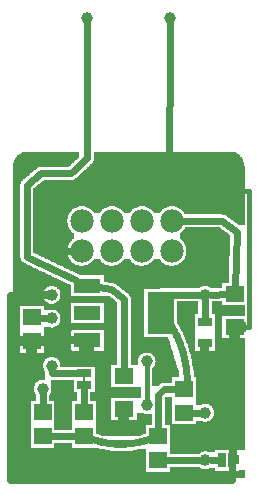
<source format=gbl>
%ASAXBY*%
%FSLAX23Y23*%
%MOIN*%
%OFA0B0*%
%SFA1.0B1.0*%
%ADD10C,0.075000*%
%ADD11C,0.039370*%
%ADD12C,0.078000*%
%ADD13R,0.050000X0.025000*%
%ADD14R,0.062992X0.055118*%
%ADD15R,0.025000X0.050000*%
%ADD16R,0.088000X0.048000*%
%ADD17R,0.086614X0.141732*%
%ADD18R,0.059055X0.055118*%
%ADD19R,0.047244X0.031496*%
%ADD20C,0.008000*%
%ADD21C,0.016000*%
%ADD22C,0.024000*%
%ADD23R,0.001000X0.001000*%
%LNCOPPER0*%
G90*
G70*
G54D10*
X350Y1334D03*
X697Y666D03*
G54D11*
X488Y558D03*
X488Y703D03*
X566Y1849D03*
X290Y1849D03*
G54D12*
X271Y1071D03*
X371Y1071D03*
X471Y1071D03*
X571Y1071D03*
X271Y1071D03*
X371Y1071D03*
X471Y1071D03*
X571Y1071D03*
X571Y1171D03*
X471Y1171D03*
X371Y1171D03*
X271Y1171D03*
G54D11*
X171Y925D03*
X141Y612D03*
X171Y689D03*
X683Y374D03*
X683Y532D03*
X683Y925D03*
X171Y847D03*
G54D13*
X278Y664D03*
X278Y624D03*
G54D14*
X782Y817D03*
X782Y927D03*
X412Y545D03*
X412Y656D03*
G54D15*
X773Y374D03*
X738Y374D03*
G54D16*
X290Y773D03*
X290Y864D03*
X290Y955D03*
G54D17*
X534Y864D03*
G54D18*
X141Y534D03*
X141Y453D03*
X105Y850D03*
X105Y770D03*
G54D19*
X683Y835D03*
X683Y764D03*
G54D18*
X525Y455D03*
X525Y374D03*
X612Y612D03*
X612Y532D03*
X278Y536D03*
X278Y455D03*
G54D20*
X278Y659D02*
X278Y629D01*
G54D21*
D02*
X828Y817D02*
X808Y817D01*
D02*
X829Y1270D02*
X828Y817D01*
D02*
X563Y1269D02*
X829Y1270D01*
G54D22*
D02*
X782Y795D02*
X774Y394D01*
D02*
X773Y309D02*
X31Y309D01*
D02*
X31Y309D02*
X31Y925D01*
D02*
X31Y925D02*
X152Y925D01*
D02*
X773Y355D02*
X773Y309D01*
G54D21*
D02*
X488Y690D02*
X488Y571D01*
G54D22*
D02*
X141Y556D02*
X141Y593D01*
D02*
X254Y454D02*
X165Y453D01*
D02*
X180Y1071D02*
X180Y1269D01*
D02*
X180Y1269D02*
X563Y1269D01*
D02*
X563Y1269D02*
X566Y1830D01*
D02*
X241Y1071D02*
X180Y1071D01*
D02*
X89Y1052D02*
X252Y974D01*
D02*
X89Y1291D02*
X89Y1052D01*
D02*
X136Y1330D02*
X89Y1291D01*
D02*
X236Y1330D02*
X136Y1330D01*
D02*
X290Y1380D02*
X236Y1330D01*
D02*
X290Y1830D02*
X290Y1380D01*
D02*
X369Y944D02*
X412Y912D01*
D02*
X412Y912D02*
X412Y678D01*
D02*
X329Y950D02*
X369Y944D01*
D02*
X787Y1136D02*
X739Y1171D01*
D02*
X739Y1171D02*
X601Y1171D01*
D02*
X783Y949D02*
X787Y1136D01*
D02*
X171Y664D02*
X259Y664D01*
D02*
X171Y670D02*
X171Y664D01*
D02*
X278Y558D02*
X278Y617D01*
D02*
X702Y926D02*
X756Y927D01*
D02*
X702Y374D02*
X731Y374D01*
D02*
X534Y925D02*
X534Y864D01*
D02*
X664Y925D02*
X534Y925D01*
D02*
X152Y848D02*
X129Y849D01*
D02*
X526Y591D02*
X525Y477D01*
D02*
X546Y610D02*
X526Y591D01*
D02*
X588Y612D02*
X546Y610D01*
D02*
X683Y906D02*
X683Y845D01*
D02*
X664Y532D02*
X636Y532D01*
D02*
X664Y374D02*
X549Y374D01*
G36*
X312Y1402D02*
X312Y1372D01*
X310Y1372D01*
X310Y1368D01*
X308Y1368D01*
X308Y1366D01*
X306Y1366D01*
X306Y1364D01*
X304Y1364D01*
X304Y1362D01*
X302Y1362D01*
X302Y1360D01*
X300Y1360D01*
X300Y1358D01*
X298Y1358D01*
X298Y1356D01*
X296Y1356D01*
X296Y1354D01*
X294Y1354D01*
X294Y1352D01*
X292Y1352D01*
X292Y1350D01*
X290Y1350D01*
X290Y1348D01*
X288Y1348D01*
X288Y1346D01*
X286Y1346D01*
X286Y1344D01*
X284Y1344D01*
X284Y1342D01*
X280Y1342D01*
X280Y1340D01*
X278Y1340D01*
X278Y1338D01*
X276Y1338D01*
X276Y1336D01*
X274Y1336D01*
X274Y1334D01*
X272Y1334D01*
X272Y1332D01*
X270Y1332D01*
X270Y1330D01*
X268Y1330D01*
X268Y1328D01*
X266Y1328D01*
X266Y1326D01*
X264Y1326D01*
X264Y1324D01*
X262Y1324D01*
X262Y1322D01*
X260Y1322D01*
X260Y1320D01*
X258Y1320D01*
X258Y1318D01*
X254Y1318D01*
X254Y1316D01*
X252Y1316D01*
X252Y1314D01*
X250Y1314D01*
X250Y1312D01*
X248Y1312D01*
X248Y1310D01*
X244Y1310D01*
X244Y1308D01*
X144Y1308D01*
X144Y1306D01*
X140Y1306D01*
X140Y1304D01*
X138Y1304D01*
X138Y1302D01*
X136Y1302D01*
X136Y1300D01*
X134Y1300D01*
X134Y1298D01*
X132Y1298D01*
X132Y1296D01*
X128Y1296D01*
X128Y1294D01*
X126Y1294D01*
X126Y1292D01*
X124Y1292D01*
X124Y1290D01*
X122Y1290D01*
X122Y1288D01*
X118Y1288D01*
X118Y1286D01*
X116Y1286D01*
X116Y1284D01*
X114Y1284D01*
X114Y1282D01*
X112Y1282D01*
X112Y1280D01*
X110Y1280D01*
X110Y1220D01*
X582Y1220D01*
X582Y1218D01*
X588Y1218D01*
X588Y1216D01*
X592Y1216D01*
X592Y1214D01*
X596Y1214D01*
X596Y1212D01*
X600Y1212D01*
X600Y1210D01*
X602Y1210D01*
X602Y1208D01*
X604Y1208D01*
X604Y1206D01*
X606Y1206D01*
X606Y1204D01*
X608Y1204D01*
X608Y1202D01*
X610Y1202D01*
X610Y1200D01*
X612Y1200D01*
X612Y1196D01*
X614Y1196D01*
X614Y1194D01*
X740Y1194D01*
X740Y1192D01*
X748Y1192D01*
X748Y1190D01*
X752Y1190D01*
X752Y1188D01*
X754Y1188D01*
X754Y1186D01*
X758Y1186D01*
X758Y1184D01*
X760Y1184D01*
X760Y1182D01*
X762Y1182D01*
X762Y1180D01*
X766Y1180D01*
X766Y1178D01*
X768Y1178D01*
X768Y1176D01*
X770Y1176D01*
X770Y1174D01*
X774Y1174D01*
X774Y1172D01*
X776Y1172D01*
X776Y1170D01*
X780Y1170D01*
X780Y1168D01*
X782Y1168D01*
X782Y1166D01*
X784Y1166D01*
X784Y1164D01*
X788Y1164D01*
X788Y1162D01*
X790Y1162D01*
X790Y1160D01*
X792Y1160D01*
X792Y1158D01*
X814Y1158D01*
X814Y1354D01*
X812Y1354D01*
X812Y1368D01*
X810Y1368D01*
X810Y1374D01*
X808Y1374D01*
X808Y1378D01*
X806Y1378D01*
X806Y1380D01*
X804Y1380D01*
X804Y1384D01*
X802Y1384D01*
X802Y1386D01*
X800Y1386D01*
X800Y1388D01*
X798Y1388D01*
X798Y1390D01*
X796Y1390D01*
X796Y1392D01*
X794Y1392D01*
X794Y1394D01*
X792Y1394D01*
X792Y1396D01*
X788Y1396D01*
X788Y1398D01*
X784Y1398D01*
X784Y1400D01*
X778Y1400D01*
X778Y1402D01*
X312Y1402D01*
G37*
D02*
G36*
X110Y1220D02*
X110Y1066D01*
X112Y1066D01*
X112Y1064D01*
X116Y1064D01*
X116Y1062D01*
X120Y1062D01*
X120Y1060D01*
X124Y1060D01*
X124Y1058D01*
X128Y1058D01*
X128Y1056D01*
X132Y1056D01*
X132Y1054D01*
X136Y1054D01*
X136Y1052D01*
X140Y1052D01*
X140Y1050D01*
X146Y1050D01*
X146Y1048D01*
X150Y1048D01*
X150Y1046D01*
X154Y1046D01*
X154Y1044D01*
X158Y1044D01*
X158Y1042D01*
X162Y1042D01*
X162Y1040D01*
X166Y1040D01*
X166Y1038D01*
X170Y1038D01*
X170Y1036D01*
X174Y1036D01*
X174Y1034D01*
X178Y1034D01*
X178Y1032D01*
X182Y1032D01*
X182Y1030D01*
X186Y1030D01*
X186Y1028D01*
X190Y1028D01*
X190Y1026D01*
X196Y1026D01*
X196Y1024D01*
X200Y1024D01*
X200Y1022D01*
X262Y1022D01*
X262Y1024D01*
X256Y1024D01*
X256Y1026D01*
X250Y1026D01*
X250Y1028D01*
X246Y1028D01*
X246Y1030D01*
X244Y1030D01*
X244Y1032D01*
X240Y1032D01*
X240Y1034D01*
X238Y1034D01*
X238Y1036D01*
X236Y1036D01*
X236Y1038D01*
X234Y1038D01*
X234Y1042D01*
X232Y1042D01*
X232Y1044D01*
X230Y1044D01*
X230Y1048D01*
X228Y1048D01*
X228Y1050D01*
X226Y1050D01*
X226Y1056D01*
X224Y1056D01*
X224Y1064D01*
X222Y1064D01*
X222Y1078D01*
X224Y1078D01*
X224Y1086D01*
X226Y1086D01*
X226Y1092D01*
X228Y1092D01*
X228Y1096D01*
X230Y1096D01*
X230Y1098D01*
X232Y1098D01*
X232Y1102D01*
X234Y1102D01*
X234Y1104D01*
X236Y1104D01*
X236Y1106D01*
X238Y1106D01*
X238Y1108D01*
X240Y1108D01*
X240Y1110D01*
X244Y1110D01*
X244Y1132D01*
X240Y1132D01*
X240Y1134D01*
X238Y1134D01*
X238Y1136D01*
X236Y1136D01*
X236Y1138D01*
X234Y1138D01*
X234Y1142D01*
X232Y1142D01*
X232Y1144D01*
X230Y1144D01*
X230Y1148D01*
X228Y1148D01*
X228Y1150D01*
X226Y1150D01*
X226Y1156D01*
X224Y1156D01*
X224Y1164D01*
X222Y1164D01*
X222Y1178D01*
X224Y1178D01*
X224Y1186D01*
X226Y1186D01*
X226Y1192D01*
X228Y1192D01*
X228Y1196D01*
X230Y1196D01*
X230Y1198D01*
X232Y1198D01*
X232Y1202D01*
X234Y1202D01*
X234Y1204D01*
X236Y1204D01*
X236Y1206D01*
X238Y1206D01*
X238Y1208D01*
X240Y1208D01*
X240Y1210D01*
X244Y1210D01*
X244Y1212D01*
X246Y1212D01*
X246Y1214D01*
X250Y1214D01*
X250Y1216D01*
X254Y1216D01*
X254Y1218D01*
X262Y1218D01*
X262Y1220D01*
X110Y1220D01*
G37*
D02*
G36*
X282Y1220D02*
X282Y1218D01*
X288Y1218D01*
X288Y1216D01*
X292Y1216D01*
X292Y1214D01*
X296Y1214D01*
X296Y1212D01*
X300Y1212D01*
X300Y1210D01*
X302Y1210D01*
X302Y1208D01*
X304Y1208D01*
X304Y1206D01*
X306Y1206D01*
X306Y1204D01*
X308Y1204D01*
X308Y1202D01*
X310Y1202D01*
X310Y1200D01*
X312Y1200D01*
X312Y1198D01*
X332Y1198D01*
X332Y1202D01*
X334Y1202D01*
X334Y1204D01*
X336Y1204D01*
X336Y1206D01*
X338Y1206D01*
X338Y1208D01*
X340Y1208D01*
X340Y1210D01*
X344Y1210D01*
X344Y1212D01*
X346Y1212D01*
X346Y1214D01*
X350Y1214D01*
X350Y1216D01*
X354Y1216D01*
X354Y1218D01*
X362Y1218D01*
X362Y1220D01*
X282Y1220D01*
G37*
D02*
G36*
X382Y1220D02*
X382Y1218D01*
X388Y1218D01*
X388Y1216D01*
X392Y1216D01*
X392Y1214D01*
X396Y1214D01*
X396Y1212D01*
X400Y1212D01*
X400Y1210D01*
X402Y1210D01*
X402Y1208D01*
X404Y1208D01*
X404Y1206D01*
X406Y1206D01*
X406Y1204D01*
X408Y1204D01*
X408Y1202D01*
X410Y1202D01*
X410Y1200D01*
X412Y1200D01*
X412Y1198D01*
X432Y1198D01*
X432Y1202D01*
X434Y1202D01*
X434Y1204D01*
X436Y1204D01*
X436Y1206D01*
X438Y1206D01*
X438Y1208D01*
X440Y1208D01*
X440Y1210D01*
X444Y1210D01*
X444Y1212D01*
X446Y1212D01*
X446Y1214D01*
X450Y1214D01*
X450Y1216D01*
X454Y1216D01*
X454Y1218D01*
X462Y1218D01*
X462Y1220D01*
X382Y1220D01*
G37*
D02*
G36*
X482Y1220D02*
X482Y1218D01*
X488Y1218D01*
X488Y1216D01*
X492Y1216D01*
X492Y1214D01*
X496Y1214D01*
X496Y1212D01*
X500Y1212D01*
X500Y1210D01*
X502Y1210D01*
X502Y1208D01*
X504Y1208D01*
X504Y1206D01*
X506Y1206D01*
X506Y1204D01*
X508Y1204D01*
X508Y1202D01*
X510Y1202D01*
X510Y1200D01*
X512Y1200D01*
X512Y1198D01*
X532Y1198D01*
X532Y1202D01*
X534Y1202D01*
X534Y1204D01*
X536Y1204D01*
X536Y1206D01*
X538Y1206D01*
X538Y1208D01*
X540Y1208D01*
X540Y1210D01*
X544Y1210D01*
X544Y1212D01*
X546Y1212D01*
X546Y1214D01*
X550Y1214D01*
X550Y1216D01*
X554Y1216D01*
X554Y1218D01*
X562Y1218D01*
X562Y1220D01*
X482Y1220D01*
G37*
D02*
G36*
X614Y1150D02*
X614Y1146D01*
X612Y1146D01*
X612Y1142D01*
X610Y1142D01*
X610Y1140D01*
X608Y1140D01*
X608Y1138D01*
X606Y1138D01*
X606Y1136D01*
X604Y1136D01*
X604Y1134D01*
X602Y1134D01*
X602Y1132D01*
X600Y1132D01*
X600Y1110D01*
X602Y1110D01*
X602Y1108D01*
X604Y1108D01*
X604Y1106D01*
X606Y1106D01*
X606Y1104D01*
X608Y1104D01*
X608Y1102D01*
X610Y1102D01*
X610Y1100D01*
X612Y1100D01*
X612Y1096D01*
X614Y1096D01*
X614Y1092D01*
X616Y1092D01*
X616Y1088D01*
X618Y1088D01*
X618Y1082D01*
X620Y1082D01*
X620Y1060D01*
X618Y1060D01*
X618Y1054D01*
X616Y1054D01*
X616Y1050D01*
X614Y1050D01*
X614Y1046D01*
X612Y1046D01*
X612Y1042D01*
X610Y1042D01*
X610Y1040D01*
X608Y1040D01*
X608Y1038D01*
X606Y1038D01*
X606Y1036D01*
X604Y1036D01*
X604Y1034D01*
X602Y1034D01*
X602Y1032D01*
X600Y1032D01*
X600Y1030D01*
X596Y1030D01*
X596Y1028D01*
X592Y1028D01*
X592Y1026D01*
X588Y1026D01*
X588Y1024D01*
X580Y1024D01*
X580Y1022D01*
X762Y1022D01*
X762Y1056D01*
X764Y1056D01*
X764Y1126D01*
X762Y1126D01*
X762Y1128D01*
X760Y1128D01*
X760Y1130D01*
X756Y1130D01*
X756Y1132D01*
X754Y1132D01*
X754Y1134D01*
X752Y1134D01*
X752Y1136D01*
X748Y1136D01*
X748Y1138D01*
X746Y1138D01*
X746Y1140D01*
X742Y1140D01*
X742Y1142D01*
X740Y1142D01*
X740Y1144D01*
X738Y1144D01*
X738Y1146D01*
X734Y1146D01*
X734Y1148D01*
X732Y1148D01*
X732Y1150D01*
X614Y1150D01*
G37*
D02*
G36*
X312Y1044D02*
X312Y1042D01*
X310Y1042D01*
X310Y1040D01*
X308Y1040D01*
X308Y1038D01*
X306Y1038D01*
X306Y1036D01*
X304Y1036D01*
X304Y1034D01*
X302Y1034D01*
X302Y1032D01*
X300Y1032D01*
X300Y1030D01*
X296Y1030D01*
X296Y1028D01*
X292Y1028D01*
X292Y1026D01*
X288Y1026D01*
X288Y1024D01*
X280Y1024D01*
X280Y1022D01*
X362Y1022D01*
X362Y1024D01*
X356Y1024D01*
X356Y1026D01*
X350Y1026D01*
X350Y1028D01*
X346Y1028D01*
X346Y1030D01*
X344Y1030D01*
X344Y1032D01*
X340Y1032D01*
X340Y1034D01*
X338Y1034D01*
X338Y1036D01*
X336Y1036D01*
X336Y1038D01*
X334Y1038D01*
X334Y1042D01*
X332Y1042D01*
X332Y1044D01*
X312Y1044D01*
G37*
D02*
G36*
X412Y1044D02*
X412Y1042D01*
X410Y1042D01*
X410Y1040D01*
X408Y1040D01*
X408Y1038D01*
X406Y1038D01*
X406Y1036D01*
X404Y1036D01*
X404Y1034D01*
X402Y1034D01*
X402Y1032D01*
X400Y1032D01*
X400Y1030D01*
X396Y1030D01*
X396Y1028D01*
X392Y1028D01*
X392Y1026D01*
X388Y1026D01*
X388Y1024D01*
X380Y1024D01*
X380Y1022D01*
X462Y1022D01*
X462Y1024D01*
X456Y1024D01*
X456Y1026D01*
X450Y1026D01*
X450Y1028D01*
X446Y1028D01*
X446Y1030D01*
X444Y1030D01*
X444Y1032D01*
X440Y1032D01*
X440Y1034D01*
X438Y1034D01*
X438Y1036D01*
X436Y1036D01*
X436Y1038D01*
X434Y1038D01*
X434Y1042D01*
X432Y1042D01*
X432Y1044D01*
X412Y1044D01*
G37*
D02*
G36*
X512Y1044D02*
X512Y1042D01*
X510Y1042D01*
X510Y1040D01*
X508Y1040D01*
X508Y1038D01*
X506Y1038D01*
X506Y1036D01*
X504Y1036D01*
X504Y1034D01*
X502Y1034D01*
X502Y1032D01*
X500Y1032D01*
X500Y1030D01*
X496Y1030D01*
X496Y1028D01*
X492Y1028D01*
X492Y1026D01*
X488Y1026D01*
X488Y1024D01*
X480Y1024D01*
X480Y1022D01*
X562Y1022D01*
X562Y1024D01*
X556Y1024D01*
X556Y1026D01*
X550Y1026D01*
X550Y1028D01*
X546Y1028D01*
X546Y1030D01*
X544Y1030D01*
X544Y1032D01*
X540Y1032D01*
X540Y1034D01*
X538Y1034D01*
X538Y1036D01*
X536Y1036D01*
X536Y1038D01*
X534Y1038D01*
X534Y1042D01*
X532Y1042D01*
X532Y1044D01*
X512Y1044D01*
G37*
D02*
G36*
X204Y1022D02*
X204Y1020D01*
X762Y1020D01*
X762Y1022D01*
X204Y1022D01*
G37*
D02*
G36*
X204Y1022D02*
X204Y1020D01*
X762Y1020D01*
X762Y1022D01*
X204Y1022D01*
G37*
D02*
G36*
X204Y1022D02*
X204Y1020D01*
X762Y1020D01*
X762Y1022D01*
X204Y1022D01*
G37*
D02*
G36*
X204Y1022D02*
X204Y1020D01*
X762Y1020D01*
X762Y1022D01*
X204Y1022D01*
G37*
D02*
G36*
X204Y1022D02*
X204Y1020D01*
X762Y1020D01*
X762Y1022D01*
X204Y1022D01*
G37*
D02*
G36*
X208Y1020D02*
X208Y1018D01*
X212Y1018D01*
X212Y1016D01*
X216Y1016D01*
X216Y1014D01*
X220Y1014D01*
X220Y1012D01*
X224Y1012D01*
X224Y1010D01*
X228Y1010D01*
X228Y1008D01*
X232Y1008D01*
X232Y1006D01*
X236Y1006D01*
X236Y1004D01*
X242Y1004D01*
X242Y1002D01*
X246Y1002D01*
X246Y1000D01*
X250Y1000D01*
X250Y998D01*
X254Y998D01*
X254Y996D01*
X258Y996D01*
X258Y994D01*
X262Y994D01*
X262Y992D01*
X264Y992D01*
X264Y990D01*
X344Y990D01*
X344Y970D01*
X346Y970D01*
X346Y968D01*
X360Y968D01*
X360Y966D01*
X372Y966D01*
X372Y964D01*
X378Y964D01*
X378Y962D01*
X382Y962D01*
X382Y960D01*
X384Y960D01*
X384Y958D01*
X388Y958D01*
X388Y956D01*
X390Y956D01*
X390Y954D01*
X692Y954D01*
X692Y952D01*
X696Y952D01*
X696Y950D01*
X700Y950D01*
X700Y948D01*
X740Y948D01*
X740Y964D01*
X762Y964D01*
X762Y1020D01*
X208Y1020D01*
G37*
D02*
G36*
X394Y954D02*
X394Y952D01*
X396Y952D01*
X396Y950D01*
X398Y950D01*
X398Y948D01*
X402Y948D01*
X402Y946D01*
X404Y946D01*
X404Y944D01*
X406Y944D01*
X406Y942D01*
X410Y942D01*
X410Y940D01*
X412Y940D01*
X412Y938D01*
X414Y938D01*
X414Y936D01*
X418Y936D01*
X418Y934D01*
X420Y934D01*
X420Y932D01*
X422Y932D01*
X422Y930D01*
X426Y930D01*
X426Y928D01*
X428Y928D01*
X428Y926D01*
X430Y926D01*
X430Y922D01*
X432Y922D01*
X432Y918D01*
X434Y918D01*
X434Y732D01*
X498Y732D01*
X498Y730D01*
X502Y730D01*
X502Y728D01*
X506Y728D01*
X506Y726D01*
X508Y726D01*
X508Y724D01*
X510Y724D01*
X510Y722D01*
X512Y722D01*
X512Y718D01*
X514Y718D01*
X514Y714D01*
X516Y714D01*
X516Y706D01*
X518Y706D01*
X518Y700D01*
X516Y700D01*
X516Y692D01*
X514Y692D01*
X514Y688D01*
X512Y688D01*
X512Y686D01*
X510Y686D01*
X510Y682D01*
X508Y682D01*
X508Y680D01*
X506Y680D01*
X506Y620D01*
X526Y620D01*
X526Y622D01*
X528Y622D01*
X528Y624D01*
X530Y624D01*
X530Y626D01*
X532Y626D01*
X532Y628D01*
X534Y628D01*
X534Y630D01*
X538Y630D01*
X538Y632D01*
X572Y632D01*
X572Y650D01*
X594Y650D01*
X594Y674D01*
X592Y674D01*
X592Y680D01*
X590Y680D01*
X590Y686D01*
X588Y686D01*
X588Y692D01*
X586Y692D01*
X586Y700D01*
X584Y700D01*
X584Y706D01*
X582Y706D01*
X582Y712D01*
X580Y712D01*
X580Y718D01*
X578Y718D01*
X578Y726D01*
X576Y726D01*
X576Y732D01*
X574Y732D01*
X574Y738D01*
X572Y738D01*
X572Y744D01*
X570Y744D01*
X570Y752D01*
X568Y752D01*
X568Y758D01*
X566Y758D01*
X566Y764D01*
X564Y764D01*
X564Y770D01*
X562Y770D01*
X562Y778D01*
X560Y778D01*
X560Y784D01*
X480Y784D01*
X480Y944D01*
X524Y944D01*
X524Y946D01*
X532Y946D01*
X532Y948D01*
X666Y948D01*
X666Y950D01*
X668Y950D01*
X668Y952D01*
X672Y952D01*
X672Y954D01*
X394Y954D01*
G37*
D02*
G36*
X434Y732D02*
X434Y692D01*
X460Y692D01*
X460Y696D01*
X458Y696D01*
X458Y710D01*
X460Y710D01*
X460Y716D01*
X462Y716D01*
X462Y720D01*
X464Y720D01*
X464Y722D01*
X466Y722D01*
X466Y724D01*
X468Y724D01*
X468Y726D01*
X470Y726D01*
X470Y728D01*
X474Y728D01*
X474Y730D01*
X478Y730D01*
X478Y732D01*
X434Y732D01*
G37*
D02*
G36*
X76Y1402D02*
X76Y1400D01*
X72Y1400D01*
X72Y1398D01*
X68Y1398D01*
X68Y1396D01*
X64Y1396D01*
X64Y1394D01*
X62Y1394D01*
X62Y1392D01*
X60Y1392D01*
X60Y1390D01*
X56Y1390D01*
X56Y1388D01*
X54Y1388D01*
X54Y1384D01*
X52Y1384D01*
X52Y1382D01*
X50Y1382D01*
X50Y1378D01*
X48Y1378D01*
X48Y1376D01*
X46Y1376D01*
X46Y1370D01*
X44Y1370D01*
X44Y1364D01*
X42Y1364D01*
X42Y954D01*
X180Y954D01*
X180Y952D01*
X186Y952D01*
X186Y950D01*
X188Y950D01*
X188Y948D01*
X190Y948D01*
X190Y946D01*
X192Y946D01*
X192Y944D01*
X194Y944D01*
X194Y942D01*
X196Y942D01*
X196Y940D01*
X198Y940D01*
X198Y934D01*
X200Y934D01*
X200Y916D01*
X198Y916D01*
X198Y912D01*
X196Y912D01*
X196Y908D01*
X194Y908D01*
X194Y906D01*
X192Y906D01*
X192Y904D01*
X190Y904D01*
X190Y902D01*
X188Y902D01*
X188Y900D01*
X184Y900D01*
X184Y898D01*
X344Y898D01*
X344Y830D01*
X390Y830D01*
X390Y902D01*
X386Y902D01*
X386Y904D01*
X384Y904D01*
X384Y906D01*
X382Y906D01*
X382Y908D01*
X378Y908D01*
X378Y910D01*
X376Y910D01*
X376Y912D01*
X374Y912D01*
X374Y914D01*
X370Y914D01*
X370Y916D01*
X368Y916D01*
X368Y918D01*
X366Y918D01*
X366Y920D01*
X238Y920D01*
X238Y922D01*
X236Y922D01*
X236Y958D01*
X232Y958D01*
X232Y960D01*
X226Y960D01*
X226Y962D01*
X222Y962D01*
X222Y964D01*
X218Y964D01*
X218Y966D01*
X214Y966D01*
X214Y968D01*
X210Y968D01*
X210Y970D01*
X206Y970D01*
X206Y972D01*
X202Y972D01*
X202Y974D01*
X198Y974D01*
X198Y976D01*
X194Y976D01*
X194Y978D01*
X190Y978D01*
X190Y980D01*
X186Y980D01*
X186Y982D01*
X180Y982D01*
X180Y984D01*
X176Y984D01*
X176Y986D01*
X172Y986D01*
X172Y988D01*
X168Y988D01*
X168Y990D01*
X164Y990D01*
X164Y992D01*
X160Y992D01*
X160Y994D01*
X156Y994D01*
X156Y996D01*
X152Y996D01*
X152Y998D01*
X148Y998D01*
X148Y1000D01*
X144Y1000D01*
X144Y1002D01*
X140Y1002D01*
X140Y1004D01*
X136Y1004D01*
X136Y1006D01*
X130Y1006D01*
X130Y1008D01*
X126Y1008D01*
X126Y1010D01*
X122Y1010D01*
X122Y1012D01*
X118Y1012D01*
X118Y1014D01*
X114Y1014D01*
X114Y1016D01*
X110Y1016D01*
X110Y1018D01*
X106Y1018D01*
X106Y1020D01*
X102Y1020D01*
X102Y1022D01*
X98Y1022D01*
X98Y1024D01*
X94Y1024D01*
X94Y1026D01*
X90Y1026D01*
X90Y1028D01*
X84Y1028D01*
X84Y1030D01*
X80Y1030D01*
X80Y1032D01*
X78Y1032D01*
X78Y1034D01*
X74Y1034D01*
X74Y1036D01*
X72Y1036D01*
X72Y1038D01*
X70Y1038D01*
X70Y1042D01*
X68Y1042D01*
X68Y1048D01*
X66Y1048D01*
X66Y1294D01*
X68Y1294D01*
X68Y1300D01*
X70Y1300D01*
X70Y1304D01*
X72Y1304D01*
X72Y1306D01*
X74Y1306D01*
X74Y1308D01*
X76Y1308D01*
X76Y1310D01*
X78Y1310D01*
X78Y1312D01*
X82Y1312D01*
X82Y1314D01*
X84Y1314D01*
X84Y1316D01*
X86Y1316D01*
X86Y1318D01*
X88Y1318D01*
X88Y1320D01*
X90Y1320D01*
X90Y1322D01*
X94Y1322D01*
X94Y1324D01*
X96Y1324D01*
X96Y1326D01*
X98Y1326D01*
X98Y1328D01*
X100Y1328D01*
X100Y1330D01*
X104Y1330D01*
X104Y1332D01*
X106Y1332D01*
X106Y1334D01*
X108Y1334D01*
X108Y1336D01*
X110Y1336D01*
X110Y1338D01*
X112Y1338D01*
X112Y1340D01*
X116Y1340D01*
X116Y1342D01*
X118Y1342D01*
X118Y1344D01*
X120Y1344D01*
X120Y1346D01*
X122Y1346D01*
X122Y1348D01*
X126Y1348D01*
X126Y1350D01*
X132Y1350D01*
X132Y1352D01*
X228Y1352D01*
X228Y1354D01*
X232Y1354D01*
X232Y1356D01*
X234Y1356D01*
X234Y1358D01*
X236Y1358D01*
X236Y1360D01*
X238Y1360D01*
X238Y1362D01*
X240Y1362D01*
X240Y1364D01*
X242Y1364D01*
X242Y1366D01*
X244Y1366D01*
X244Y1368D01*
X246Y1368D01*
X246Y1370D01*
X248Y1370D01*
X248Y1372D01*
X250Y1372D01*
X250Y1374D01*
X252Y1374D01*
X252Y1376D01*
X256Y1376D01*
X256Y1378D01*
X258Y1378D01*
X258Y1380D01*
X260Y1380D01*
X260Y1382D01*
X262Y1382D01*
X262Y1402D01*
X76Y1402D01*
G37*
D02*
G36*
X42Y954D02*
X42Y896D01*
X162Y896D01*
X162Y898D01*
X158Y898D01*
X158Y900D01*
X154Y900D01*
X154Y902D01*
X152Y902D01*
X152Y904D01*
X150Y904D01*
X150Y906D01*
X148Y906D01*
X148Y908D01*
X146Y908D01*
X146Y912D01*
X144Y912D01*
X144Y916D01*
X142Y916D01*
X142Y934D01*
X144Y934D01*
X144Y940D01*
X146Y940D01*
X146Y942D01*
X148Y942D01*
X148Y944D01*
X150Y944D01*
X150Y946D01*
X152Y946D01*
X152Y948D01*
X154Y948D01*
X154Y950D01*
X156Y950D01*
X156Y952D01*
X162Y952D01*
X162Y954D01*
X42Y954D01*
G37*
D02*
G36*
X180Y898D02*
X180Y896D01*
X236Y896D01*
X236Y898D01*
X180Y898D01*
G37*
D02*
G36*
X42Y896D02*
X42Y894D01*
X236Y894D01*
X236Y896D01*
X42Y896D01*
G37*
D02*
G36*
X42Y896D02*
X42Y894D01*
X236Y894D01*
X236Y896D01*
X42Y896D01*
G37*
D02*
G36*
X42Y894D02*
X42Y888D01*
X144Y888D01*
X144Y876D01*
X178Y876D01*
X178Y874D01*
X184Y874D01*
X184Y872D01*
X188Y872D01*
X188Y870D01*
X190Y870D01*
X190Y868D01*
X192Y868D01*
X192Y866D01*
X194Y866D01*
X194Y864D01*
X196Y864D01*
X196Y860D01*
X198Y860D01*
X198Y856D01*
X200Y856D01*
X200Y838D01*
X198Y838D01*
X198Y832D01*
X196Y832D01*
X196Y830D01*
X236Y830D01*
X236Y894D01*
X42Y894D01*
G37*
D02*
G36*
X42Y888D02*
X42Y732D01*
X66Y732D01*
X66Y888D01*
X42Y888D01*
G37*
D02*
G36*
X144Y876D02*
X144Y874D01*
X164Y874D01*
X164Y876D01*
X144Y876D01*
G37*
D02*
G36*
X194Y830D02*
X194Y828D01*
X390Y828D01*
X390Y830D01*
X194Y830D01*
G37*
D02*
G36*
X194Y830D02*
X194Y828D01*
X390Y828D01*
X390Y830D01*
X194Y830D01*
G37*
D02*
G36*
X194Y828D02*
X194Y826D01*
X192Y826D01*
X192Y824D01*
X188Y824D01*
X188Y822D01*
X186Y822D01*
X186Y820D01*
X182Y820D01*
X182Y818D01*
X174Y818D01*
X174Y816D01*
X390Y816D01*
X390Y828D01*
X194Y828D01*
G37*
D02*
G36*
X144Y818D02*
X144Y816D01*
X168Y816D01*
X168Y818D01*
X144Y818D01*
G37*
D02*
G36*
X144Y816D02*
X144Y814D01*
X390Y814D01*
X390Y816D01*
X144Y816D01*
G37*
D02*
G36*
X144Y816D02*
X144Y814D01*
X390Y814D01*
X390Y816D01*
X144Y816D01*
G37*
D02*
G36*
X144Y814D02*
X144Y808D01*
X344Y808D01*
X344Y738D01*
X390Y738D01*
X390Y814D01*
X144Y814D01*
G37*
D02*
G36*
X144Y808D02*
X144Y738D01*
X238Y738D01*
X238Y740D01*
X236Y740D01*
X236Y806D01*
X238Y806D01*
X238Y808D01*
X144Y808D01*
G37*
D02*
G36*
X144Y738D02*
X144Y736D01*
X390Y736D01*
X390Y738D01*
X144Y738D01*
G37*
D02*
G36*
X144Y738D02*
X144Y736D01*
X390Y736D01*
X390Y738D01*
X144Y738D01*
G37*
D02*
G36*
X144Y736D02*
X144Y732D01*
X390Y732D01*
X390Y736D01*
X144Y736D01*
G37*
D02*
G36*
X42Y732D02*
X42Y730D01*
X390Y730D01*
X390Y732D01*
X42Y732D01*
G37*
D02*
G36*
X42Y732D02*
X42Y730D01*
X390Y730D01*
X390Y732D01*
X42Y732D01*
G37*
D02*
G36*
X42Y730D02*
X42Y718D01*
X180Y718D01*
X180Y716D01*
X184Y716D01*
X184Y714D01*
X188Y714D01*
X188Y712D01*
X190Y712D01*
X190Y710D01*
X192Y710D01*
X192Y708D01*
X194Y708D01*
X194Y706D01*
X196Y706D01*
X196Y702D01*
X198Y702D01*
X198Y698D01*
X200Y698D01*
X200Y686D01*
X314Y686D01*
X314Y602D01*
X300Y602D01*
X300Y572D01*
X318Y572D01*
X318Y508D01*
X370Y508D01*
X370Y582D01*
X470Y582D01*
X470Y618D01*
X370Y618D01*
X370Y692D01*
X390Y692D01*
X390Y730D01*
X42Y730D01*
G37*
D02*
G36*
X42Y718D02*
X42Y416D01*
X102Y416D01*
X102Y570D01*
X118Y570D01*
X118Y594D01*
X116Y594D01*
X116Y598D01*
X114Y598D01*
X114Y602D01*
X112Y602D01*
X112Y622D01*
X114Y622D01*
X114Y626D01*
X116Y626D01*
X116Y630D01*
X118Y630D01*
X118Y632D01*
X120Y632D01*
X120Y634D01*
X122Y634D01*
X122Y636D01*
X124Y636D01*
X124Y638D01*
X128Y638D01*
X128Y640D01*
X134Y640D01*
X134Y642D01*
X150Y642D01*
X150Y664D01*
X148Y664D01*
X148Y672D01*
X146Y672D01*
X146Y674D01*
X144Y674D01*
X144Y680D01*
X142Y680D01*
X142Y698D01*
X144Y698D01*
X144Y702D01*
X146Y702D01*
X146Y706D01*
X148Y706D01*
X148Y708D01*
X150Y708D01*
X150Y710D01*
X152Y710D01*
X152Y712D01*
X154Y712D01*
X154Y714D01*
X158Y714D01*
X158Y716D01*
X162Y716D01*
X162Y718D01*
X42Y718D01*
G37*
D02*
G36*
X454Y532D02*
X454Y508D01*
X504Y508D01*
X504Y528D01*
X480Y528D01*
X480Y530D01*
X474Y530D01*
X474Y532D01*
X454Y532D01*
G37*
D02*
G36*
X318Y508D02*
X318Y506D01*
X504Y506D01*
X504Y508D01*
X318Y508D01*
G37*
D02*
G36*
X318Y508D02*
X318Y506D01*
X504Y506D01*
X504Y508D01*
X318Y508D01*
G37*
D02*
G36*
X318Y506D02*
X318Y462D01*
X320Y462D01*
X320Y460D01*
X328Y460D01*
X328Y458D01*
X336Y458D01*
X336Y456D01*
X344Y456D01*
X344Y454D01*
X460Y454D01*
X460Y456D01*
X468Y456D01*
X468Y458D01*
X476Y458D01*
X476Y460D01*
X482Y460D01*
X482Y462D01*
X486Y462D01*
X486Y492D01*
X504Y492D01*
X504Y506D01*
X318Y506D01*
G37*
D02*
G36*
X180Y432D02*
X180Y416D01*
X240Y416D01*
X240Y418D01*
X238Y418D01*
X238Y432D01*
X180Y432D01*
G37*
D02*
G36*
X42Y416D02*
X42Y414D01*
X322Y414D01*
X322Y416D01*
X42Y416D01*
G37*
D02*
G36*
X42Y416D02*
X42Y414D01*
X322Y414D01*
X322Y416D01*
X42Y416D01*
G37*
D02*
G36*
X42Y414D02*
X42Y404D01*
X386Y404D01*
X386Y406D01*
X364Y406D01*
X364Y408D01*
X350Y408D01*
X350Y410D01*
X340Y410D01*
X340Y412D01*
X330Y412D01*
X330Y414D01*
X42Y414D01*
G37*
D02*
G36*
X464Y412D02*
X464Y410D01*
X454Y410D01*
X454Y408D01*
X442Y408D01*
X442Y406D01*
X420Y406D01*
X420Y404D01*
X486Y404D01*
X486Y412D01*
X464Y412D01*
G37*
D02*
G36*
X42Y404D02*
X42Y402D01*
X486Y402D01*
X486Y404D01*
X42Y404D01*
G37*
D02*
G36*
X42Y404D02*
X42Y402D01*
X486Y402D01*
X486Y404D01*
X42Y404D01*
G37*
D02*
G36*
X42Y402D02*
X42Y336D01*
X486Y336D01*
X486Y402D01*
X42Y402D01*
G37*
D02*
G36*
X564Y352D02*
X564Y344D01*
X676Y344D01*
X676Y346D01*
X670Y346D01*
X670Y348D01*
X666Y348D01*
X666Y350D01*
X664Y350D01*
X664Y352D01*
X564Y352D01*
G37*
D02*
G36*
X696Y348D02*
X696Y346D01*
X688Y346D01*
X688Y344D01*
X716Y344D01*
X716Y348D01*
X696Y348D01*
G37*
D02*
G36*
X564Y344D02*
X564Y342D01*
X716Y342D01*
X716Y344D01*
X564Y344D01*
G37*
D02*
G36*
X564Y344D02*
X564Y342D01*
X716Y342D01*
X716Y344D01*
X564Y344D01*
G37*
D02*
G36*
X564Y342D02*
X564Y338D01*
X716Y338D01*
X716Y342D01*
X564Y342D01*
G37*
D02*
G36*
X794Y340D02*
X794Y338D01*
X814Y338D01*
X814Y340D01*
X794Y340D01*
G37*
D02*
G36*
X564Y338D02*
X564Y336D01*
X814Y336D01*
X814Y338D01*
X564Y338D01*
G37*
D02*
G36*
X564Y338D02*
X564Y336D01*
X814Y336D01*
X814Y338D01*
X564Y338D01*
G37*
D02*
G36*
X42Y336D02*
X42Y334D01*
X814Y334D01*
X814Y336D01*
X42Y336D01*
G37*
D02*
G36*
X42Y336D02*
X42Y334D01*
X814Y334D01*
X814Y336D01*
X42Y336D01*
G37*
D02*
G36*
X42Y334D02*
X42Y314D01*
X814Y314D01*
X814Y334D01*
X42Y334D01*
G37*
D02*
G36*
X168Y642D02*
X168Y620D01*
X170Y620D01*
X170Y604D01*
X168Y604D01*
X168Y598D01*
X166Y598D01*
X166Y596D01*
X164Y596D01*
X164Y592D01*
X162Y592D01*
X162Y570D01*
X180Y570D01*
X180Y476D01*
X238Y476D01*
X238Y572D01*
X256Y572D01*
X256Y602D01*
X244Y602D01*
X244Y642D01*
X168Y642D01*
G37*
D02*
G36*
X588Y904D02*
X588Y832D01*
X590Y832D01*
X590Y828D01*
X592Y828D01*
X592Y824D01*
X594Y824D01*
X594Y822D01*
X596Y822D01*
X596Y818D01*
X598Y818D01*
X598Y814D01*
X600Y814D01*
X600Y810D01*
X602Y810D01*
X602Y806D01*
X604Y806D01*
X604Y804D01*
X606Y804D01*
X606Y800D01*
X608Y800D01*
X608Y794D01*
X610Y794D01*
X610Y790D01*
X612Y790D01*
X612Y786D01*
X614Y786D01*
X614Y782D01*
X616Y782D01*
X616Y776D01*
X618Y776D01*
X618Y772D01*
X620Y772D01*
X620Y766D01*
X622Y766D01*
X622Y760D01*
X624Y760D01*
X624Y756D01*
X626Y756D01*
X626Y748D01*
X628Y748D01*
X628Y742D01*
X630Y742D01*
X630Y738D01*
X650Y738D01*
X650Y860D01*
X660Y860D01*
X660Y904D01*
X588Y904D01*
G37*
D02*
G36*
X704Y904D02*
X704Y860D01*
X716Y860D01*
X716Y738D01*
X814Y738D01*
X814Y780D01*
X740Y780D01*
X740Y854D01*
X814Y854D01*
X814Y890D01*
X740Y890D01*
X740Y904D01*
X704Y904D01*
G37*
D02*
G36*
X630Y738D02*
X630Y736D01*
X814Y736D01*
X814Y738D01*
X630Y738D01*
G37*
D02*
G36*
X630Y738D02*
X630Y736D01*
X814Y736D01*
X814Y738D01*
X630Y738D01*
G37*
D02*
G36*
X632Y736D02*
X632Y728D01*
X634Y728D01*
X634Y720D01*
X636Y720D01*
X636Y710D01*
X638Y710D01*
X638Y700D01*
X640Y700D01*
X640Y688D01*
X642Y688D01*
X642Y674D01*
X644Y674D01*
X644Y650D01*
X652Y650D01*
X652Y562D01*
X684Y562D01*
X684Y560D01*
X694Y560D01*
X694Y558D01*
X698Y558D01*
X698Y556D01*
X700Y556D01*
X700Y554D01*
X704Y554D01*
X704Y550D01*
X706Y550D01*
X706Y548D01*
X708Y548D01*
X708Y544D01*
X710Y544D01*
X710Y540D01*
X712Y540D01*
X712Y522D01*
X710Y522D01*
X710Y518D01*
X708Y518D01*
X708Y514D01*
X706Y514D01*
X706Y512D01*
X704Y512D01*
X704Y510D01*
X702Y510D01*
X702Y508D01*
X700Y508D01*
X700Y506D01*
X696Y506D01*
X696Y504D01*
X690Y504D01*
X690Y502D01*
X814Y502D01*
X814Y736D01*
X632Y736D01*
G37*
D02*
G36*
X552Y586D02*
X552Y584D01*
X550Y584D01*
X550Y582D01*
X548Y582D01*
X548Y494D01*
X572Y494D01*
X572Y586D01*
X552Y586D01*
G37*
D02*
G36*
X652Y562D02*
X652Y558D01*
X672Y558D01*
X672Y560D01*
X682Y560D01*
X682Y562D01*
X652Y562D01*
G37*
D02*
G36*
X652Y504D02*
X652Y502D01*
X674Y502D01*
X674Y504D01*
X652Y504D01*
G37*
D02*
G36*
X652Y502D02*
X652Y500D01*
X814Y500D01*
X814Y502D01*
X652Y502D01*
G37*
D02*
G36*
X652Y502D02*
X652Y500D01*
X814Y500D01*
X814Y502D01*
X652Y502D01*
G37*
D02*
G36*
X652Y500D02*
X652Y494D01*
X814Y494D01*
X814Y500D01*
X652Y500D01*
G37*
D02*
G36*
X548Y494D02*
X548Y492D01*
X814Y492D01*
X814Y494D01*
X548Y494D01*
G37*
D02*
G36*
X548Y494D02*
X548Y492D01*
X814Y492D01*
X814Y494D01*
X548Y494D01*
G37*
D02*
G36*
X564Y492D02*
X564Y404D01*
X688Y404D01*
X688Y402D01*
X694Y402D01*
X694Y400D01*
X716Y400D01*
X716Y408D01*
X814Y408D01*
X814Y492D01*
X564Y492D01*
G37*
D02*
G36*
X564Y404D02*
X564Y396D01*
X664Y396D01*
X664Y398D01*
X668Y398D01*
X668Y400D01*
X670Y400D01*
X670Y402D01*
X678Y402D01*
X678Y404D01*
X564Y404D01*
G37*
D02*
G36*
X665Y764D02*
X694Y764D01*
X694Y738D01*
X665Y738D01*
X665Y764D01*
G37*
D02*
G36*
X86Y770D02*
X121Y770D01*
X121Y732D01*
X86Y732D01*
X86Y770D01*
G37*
D02*
G36*
X62Y787D02*
X102Y787D01*
X102Y754D01*
X62Y754D01*
X62Y787D01*
G37*
D02*
G36*
X104Y787D02*
X144Y787D01*
X144Y754D01*
X104Y754D01*
X104Y787D01*
G37*
D02*
G36*
X263Y774D02*
X312Y774D01*
X312Y738D01*
X263Y738D01*
X263Y774D01*
G37*
D02*
G36*
X232Y789D02*
X286Y789D01*
X286Y760D01*
X232Y760D01*
X232Y789D01*
G37*
D02*
G36*
X138Y939D02*
X162Y939D01*
X162Y914D01*
X138Y914D01*
X138Y939D01*
G37*
D02*
G36*
X762Y412D02*
X781Y412D01*
X781Y378D01*
X762Y378D01*
X762Y412D01*
G37*
D02*
G36*
X762Y376D02*
X781Y376D01*
X781Y338D01*
X762Y338D01*
X762Y376D01*
G37*
D02*
G36*
X772Y392D02*
X796Y392D01*
X796Y361D01*
X772Y361D01*
X772Y392D01*
G37*
D02*
G36*
X391Y546D02*
X428Y546D01*
X428Y508D01*
X391Y508D01*
X391Y546D01*
G37*
D02*
G36*
X761Y818D02*
X798Y818D01*
X798Y780D01*
X761Y780D01*
X761Y818D01*
G37*
D02*
G36*
X780Y835D02*
X818Y835D01*
X818Y802D01*
X780Y802D01*
X780Y835D01*
G37*
D02*
G54D23*
X530Y876D02*
X537Y876D01*
X528Y875D02*
X539Y875D01*
X527Y874D02*
X541Y874D01*
X526Y873D02*
X542Y873D01*
X525Y872D02*
X543Y872D01*
X524Y871D02*
X544Y871D01*
X524Y870D02*
X545Y870D01*
X523Y869D02*
X546Y869D01*
X523Y868D02*
X547Y868D01*
X522Y867D02*
X548Y867D01*
X522Y866D02*
X549Y866D01*
X522Y865D02*
X550Y865D01*
X522Y864D02*
X551Y864D01*
X522Y863D02*
X551Y863D01*
X523Y862D02*
X552Y862D01*
X523Y861D02*
X553Y861D01*
X523Y860D02*
X554Y860D01*
X524Y859D02*
X555Y859D01*
X524Y858D02*
X556Y858D01*
X525Y857D02*
X557Y857D01*
X526Y856D02*
X558Y856D01*
X527Y855D02*
X558Y855D01*
X528Y854D02*
X559Y854D01*
X529Y853D02*
X560Y853D01*
X530Y852D02*
X561Y852D01*
X531Y851D02*
X562Y851D01*
X532Y850D02*
X563Y850D01*
X533Y849D02*
X563Y849D01*
X534Y848D02*
X564Y848D01*
X535Y847D02*
X565Y847D01*
X536Y846D02*
X566Y846D01*
X536Y845D02*
X566Y845D01*
X537Y844D02*
X567Y844D01*
X538Y843D02*
X568Y843D01*
X539Y842D02*
X569Y842D01*
X540Y841D02*
X569Y841D01*
X541Y840D02*
X570Y840D01*
X542Y839D02*
X571Y839D01*
X542Y838D02*
X572Y838D01*
X543Y837D02*
X572Y837D01*
X544Y836D02*
X573Y836D01*
X545Y835D02*
X574Y835D01*
X546Y834D02*
X574Y834D01*
X546Y833D02*
X575Y833D01*
X547Y832D02*
X576Y832D01*
X548Y831D02*
X576Y831D01*
X549Y830D02*
X577Y830D01*
X550Y829D02*
X578Y829D01*
X550Y828D02*
X578Y828D01*
X551Y827D02*
X579Y827D01*
X552Y826D02*
X580Y826D01*
X553Y825D02*
X580Y825D01*
X553Y824D02*
X581Y824D01*
X554Y823D02*
X582Y823D01*
X555Y822D02*
X582Y822D01*
X555Y821D02*
X583Y821D01*
X556Y820D02*
X583Y820D01*
X557Y819D02*
X584Y819D01*
X557Y818D02*
X585Y818D01*
X558Y817D02*
X585Y817D01*
X559Y816D02*
X586Y816D01*
X559Y815D02*
X586Y815D01*
X560Y814D02*
X587Y814D01*
X561Y813D02*
X588Y813D01*
X561Y812D02*
X588Y812D01*
X562Y811D02*
X589Y811D01*
X563Y810D02*
X589Y810D01*
X563Y809D02*
X590Y809D01*
X564Y808D02*
X590Y808D01*
X564Y807D02*
X591Y807D01*
X565Y806D02*
X591Y806D01*
X566Y805D02*
X592Y805D01*
X566Y804D02*
X592Y804D01*
X567Y803D02*
X593Y803D01*
X567Y802D02*
X594Y802D01*
X568Y801D02*
X594Y801D01*
X569Y800D02*
X595Y800D01*
X569Y799D02*
X595Y799D01*
X570Y798D02*
X596Y798D01*
X570Y797D02*
X596Y797D01*
X571Y796D02*
X597Y796D01*
X571Y795D02*
X597Y795D01*
X572Y794D02*
X598Y794D01*
X572Y793D02*
X598Y793D01*
X573Y792D02*
X598Y792D01*
X574Y791D02*
X599Y791D01*
X574Y790D02*
X599Y790D01*
X575Y789D02*
X600Y789D01*
X575Y788D02*
X600Y788D01*
X576Y787D02*
X601Y787D01*
X576Y786D02*
X601Y786D01*
X577Y785D02*
X602Y785D01*
X577Y784D02*
X602Y784D01*
X577Y783D02*
X603Y783D01*
X578Y782D02*
X603Y782D01*
X578Y781D02*
X603Y781D01*
X579Y780D02*
X604Y780D01*
X579Y779D02*
X604Y779D01*
X580Y778D02*
X605Y778D01*
X580Y777D02*
X605Y777D01*
X581Y776D02*
X606Y776D01*
X581Y775D02*
X606Y775D01*
X582Y774D02*
X606Y774D01*
X582Y773D02*
X607Y773D01*
X583Y772D02*
X607Y772D01*
X583Y771D02*
X608Y771D01*
X583Y770D02*
X608Y770D01*
X584Y769D02*
X608Y769D01*
X584Y768D02*
X609Y768D01*
X585Y767D02*
X609Y767D01*
X585Y766D02*
X610Y766D01*
X586Y765D02*
X610Y765D01*
X586Y764D02*
X610Y764D01*
X586Y763D02*
X611Y763D01*
X587Y762D02*
X611Y762D01*
X587Y761D02*
X611Y761D01*
X587Y760D02*
X612Y760D01*
X588Y759D02*
X612Y759D01*
X588Y758D02*
X613Y758D01*
X589Y757D02*
X613Y757D01*
X589Y756D02*
X613Y756D01*
X589Y755D02*
X614Y755D01*
X590Y754D02*
X614Y754D01*
X590Y753D02*
X614Y753D01*
X590Y752D02*
X615Y752D01*
X591Y751D02*
X615Y751D01*
X591Y750D02*
X615Y750D01*
X592Y749D02*
X616Y749D01*
X592Y748D02*
X616Y748D01*
X592Y747D02*
X616Y747D01*
X593Y746D02*
X617Y746D01*
X593Y745D02*
X617Y745D01*
X593Y744D02*
X617Y744D01*
X594Y743D02*
X617Y743D01*
X594Y742D02*
X618Y742D01*
X594Y741D02*
X618Y741D01*
X595Y740D02*
X618Y740D01*
X595Y739D02*
X619Y739D01*
X595Y738D02*
X619Y738D01*
X595Y737D02*
X619Y737D01*
X596Y736D02*
X620Y736D01*
X596Y735D02*
X620Y735D01*
X596Y734D02*
X620Y734D01*
X597Y733D02*
X620Y733D01*
X597Y732D02*
X621Y732D01*
X597Y731D02*
X621Y731D01*
X598Y730D02*
X621Y730D01*
X598Y729D02*
X621Y729D01*
X598Y728D02*
X622Y728D01*
X598Y727D02*
X622Y727D01*
X599Y726D02*
X622Y726D01*
X599Y725D02*
X623Y725D01*
X599Y724D02*
X623Y724D01*
X599Y723D02*
X623Y723D01*
X600Y722D02*
X623Y722D01*
X600Y721D02*
X624Y721D01*
X600Y720D02*
X624Y720D01*
X600Y719D02*
X624Y719D01*
X601Y718D02*
X624Y718D01*
X601Y717D02*
X624Y717D01*
X601Y716D02*
X625Y716D01*
X601Y715D02*
X625Y715D01*
X602Y714D02*
X625Y714D01*
X602Y713D02*
X625Y713D01*
X602Y712D02*
X626Y712D01*
X602Y711D02*
X626Y711D01*
X603Y710D02*
X626Y710D01*
X603Y709D02*
X626Y709D01*
X603Y708D02*
X626Y708D01*
X603Y707D02*
X627Y707D01*
X603Y706D02*
X627Y706D01*
X604Y705D02*
X627Y705D01*
X604Y704D02*
X627Y704D01*
X604Y703D02*
X627Y703D01*
X604Y702D02*
X628Y702D01*
X604Y701D02*
X628Y701D01*
X605Y700D02*
X628Y700D01*
X605Y699D02*
X628Y699D01*
X605Y698D02*
X628Y698D01*
X605Y697D02*
X629Y697D01*
X605Y696D02*
X629Y696D01*
X606Y695D02*
X629Y695D01*
X606Y694D02*
X629Y694D01*
X606Y693D02*
X629Y693D01*
X606Y692D02*
X629Y692D01*
X606Y691D02*
X630Y691D01*
X606Y690D02*
X630Y690D01*
X607Y689D02*
X630Y689D01*
X607Y688D02*
X630Y688D01*
X607Y687D02*
X630Y687D01*
X607Y686D02*
X630Y686D01*
X607Y685D02*
X631Y685D01*
X607Y684D02*
X631Y684D01*
X608Y683D02*
X631Y683D01*
X608Y682D02*
X631Y682D01*
X608Y681D02*
X631Y681D01*
X608Y680D02*
X631Y680D01*
X608Y679D02*
X631Y679D01*
X608Y678D02*
X631Y678D01*
X608Y677D02*
X632Y677D01*
X609Y676D02*
X632Y676D01*
X609Y675D02*
X632Y675D01*
X609Y674D02*
X632Y674D01*
X609Y673D02*
X632Y673D01*
X609Y672D02*
X632Y672D01*
X609Y671D02*
X632Y671D01*
X609Y670D02*
X632Y670D01*
X609Y669D02*
X632Y669D01*
X609Y668D02*
X633Y668D01*
X610Y667D02*
X633Y667D01*
X610Y666D02*
X633Y666D01*
X610Y665D02*
X633Y665D01*
X610Y664D02*
X633Y664D01*
X610Y663D02*
X633Y663D01*
X610Y662D02*
X633Y662D01*
X610Y661D02*
X633Y661D01*
X610Y660D02*
X633Y660D01*
X610Y659D02*
X633Y659D01*
X610Y658D02*
X633Y658D01*
X610Y657D02*
X633Y657D01*
X611Y656D02*
X634Y656D01*
X611Y655D02*
X634Y655D01*
X611Y654D02*
X634Y654D01*
X611Y653D02*
X634Y653D01*
X611Y652D02*
X634Y652D01*
X611Y651D02*
X634Y651D01*
X611Y650D02*
X634Y650D01*
X611Y649D02*
X634Y649D01*
X611Y648D02*
X634Y648D01*
X611Y647D02*
X634Y647D01*
X611Y646D02*
X634Y646D01*
X611Y645D02*
X634Y645D01*
X611Y644D02*
X634Y644D01*
X611Y643D02*
X634Y643D01*
X611Y642D02*
X634Y642D01*
X611Y641D02*
X634Y641D01*
X611Y640D02*
X634Y640D01*
X611Y639D02*
X634Y639D01*
X611Y638D02*
X634Y638D01*
X611Y637D02*
X634Y637D01*
X611Y636D02*
X634Y636D01*
X611Y635D02*
X634Y635D01*
X611Y634D02*
X634Y634D01*
X611Y633D02*
X634Y633D01*
X611Y632D02*
X634Y632D01*
X611Y631D02*
X634Y631D01*
X611Y630D02*
X634Y630D01*
X611Y629D02*
X634Y629D01*
X611Y628D02*
X634Y628D01*
X611Y627D02*
X634Y627D01*
X611Y626D02*
X634Y626D01*
X611Y625D02*
X634Y625D01*
X608Y624D02*
X634Y624D01*
X606Y623D02*
X634Y623D01*
X604Y622D02*
X634Y622D01*
X603Y621D02*
X634Y621D01*
X602Y620D02*
X634Y620D01*
X602Y619D02*
X633Y619D01*
X601Y618D02*
X633Y618D01*
X601Y617D02*
X633Y617D01*
X600Y616D02*
X633Y616D01*
X600Y615D02*
X633Y615D01*
X600Y614D02*
X633Y614D01*
X600Y613D02*
X633Y613D01*
X600Y612D02*
X633Y612D01*
X600Y611D02*
X633Y611D01*
X600Y610D02*
X632Y610D01*
X600Y609D02*
X632Y609D01*
X601Y608D02*
X632Y608D01*
X601Y607D02*
X632Y607D01*
X601Y606D02*
X632Y606D01*
X601Y605D02*
X631Y605D01*
X602Y604D02*
X631Y604D01*
X602Y603D02*
X631Y603D01*
X603Y602D02*
X630Y602D01*
X603Y601D02*
X630Y601D01*
X603Y600D02*
X630Y600D01*
X604Y599D02*
X629Y599D01*
X604Y598D02*
X629Y598D01*
X605Y597D02*
X628Y597D01*
X605Y596D02*
X628Y596D01*
X606Y595D02*
X627Y595D01*
X607Y594D02*
X626Y594D01*
X608Y593D02*
X625Y593D01*
X610Y592D02*
X624Y592D01*
X611Y591D02*
X622Y591D01*
X614Y590D02*
X619Y590D01*
X277Y467D02*
X278Y467D01*
X523Y467D02*
X527Y467D01*
X273Y466D02*
X282Y466D01*
X520Y466D02*
X530Y466D01*
X271Y465D02*
X284Y465D01*
X518Y465D02*
X531Y465D01*
X270Y464D02*
X286Y464D01*
X515Y464D02*
X533Y464D01*
X269Y463D02*
X288Y463D01*
X513Y463D02*
X533Y463D01*
X268Y462D02*
X290Y462D01*
X511Y462D02*
X534Y462D01*
X267Y461D02*
X293Y461D01*
X509Y461D02*
X535Y461D01*
X267Y460D02*
X295Y460D01*
X506Y460D02*
X535Y460D01*
X266Y459D02*
X298Y459D01*
X504Y459D02*
X536Y459D01*
X266Y458D02*
X300Y458D01*
X501Y458D02*
X536Y458D01*
X266Y457D02*
X303Y457D01*
X499Y457D02*
X536Y457D01*
X267Y456D02*
X288Y456D01*
X290Y456D02*
X305Y456D01*
X496Y456D02*
X536Y456D01*
X267Y455D02*
X287Y455D01*
X290Y455D02*
X308Y455D01*
X493Y455D02*
X536Y455D01*
X268Y454D02*
X286Y454D01*
X290Y454D02*
X311Y454D01*
X491Y454D02*
X536Y454D01*
X268Y453D02*
X286Y453D01*
X289Y453D02*
X314Y453D01*
X488Y453D02*
X536Y453D01*
X269Y452D02*
X285Y452D01*
X289Y452D02*
X317Y452D01*
X485Y452D02*
X536Y452D01*
X270Y451D02*
X285Y451D01*
X289Y451D02*
X321Y451D01*
X481Y451D02*
X535Y451D01*
X270Y450D02*
X284Y450D01*
X289Y450D02*
X324Y450D01*
X478Y450D02*
X535Y450D01*
X271Y449D02*
X283Y449D01*
X288Y449D02*
X328Y449D01*
X475Y449D02*
X534Y449D01*
X272Y448D02*
X283Y448D01*
X287Y448D02*
X332Y448D01*
X471Y448D02*
X534Y448D01*
X272Y447D02*
X282Y447D01*
X287Y447D02*
X336Y447D01*
X467Y447D02*
X533Y447D01*
X273Y446D02*
X281Y446D01*
X286Y446D02*
X340Y446D01*
X463Y446D02*
X532Y446D01*
X274Y445D02*
X280Y445D01*
X284Y445D02*
X345Y445D01*
X458Y445D02*
X530Y445D01*
X275Y444D02*
X279Y444D01*
X282Y444D02*
X350Y444D01*
X453Y444D02*
X528Y444D01*
X276Y443D02*
X355Y443D01*
X448Y443D02*
X526Y443D01*
X277Y442D02*
X362Y442D01*
X442Y442D02*
X524Y442D01*
X280Y441D02*
X369Y441D01*
X434Y441D02*
X522Y441D01*
X282Y440D02*
X379Y440D01*
X423Y440D02*
X519Y440D01*
X284Y439D02*
X517Y439D01*
X286Y438D02*
X515Y438D01*
X289Y437D02*
X512Y437D01*
X291Y436D02*
X510Y436D01*
X294Y435D02*
X507Y435D01*
X297Y434D02*
X505Y434D01*
X300Y433D02*
X502Y433D01*
X302Y432D02*
X499Y432D01*
X305Y431D02*
X496Y431D01*
X308Y430D02*
X493Y430D01*
X312Y429D02*
X490Y429D01*
X315Y428D02*
X487Y428D01*
X318Y427D02*
X484Y427D01*
X322Y426D02*
X480Y426D01*
X326Y425D02*
X477Y425D01*
X330Y424D02*
X473Y424D01*
X334Y423D02*
X469Y423D01*
X338Y422D02*
X464Y422D01*
X343Y421D02*
X459Y421D01*
X348Y420D02*
X455Y420D01*
X354Y419D02*
X448Y419D01*
X361Y418D02*
X442Y418D01*
X369Y417D02*
X434Y417D01*
X380Y416D02*
X423Y416D01*
D02*
G04 End of Copper0*
M02*
</source>
